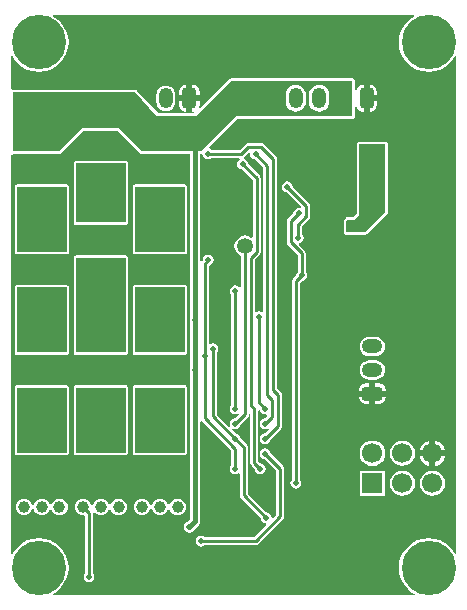
<source format=gbl>
G04*
G04 #@! TF.GenerationSoftware,Altium Limited,Altium Designer,20.0.2 (26)*
G04*
G04 Layer_Physical_Order=2*
G04 Layer_Color=11436288*
%FSLAX25Y25*%
%MOIN*%
G70*
G01*
G75*
%ADD53C,0.01000*%
%ADD54C,0.01500*%
%ADD56R,0.06693X0.06693*%
%ADD57C,0.06693*%
G04:AMPARAMS|DCode=58|XSize=47.24mil|YSize=68.9mil|CornerRadius=11.81mil|HoleSize=0mil|Usage=FLASHONLY|Rotation=90.000|XOffset=0mil|YOffset=0mil|HoleType=Round|Shape=RoundedRectangle|*
%AMROUNDEDRECTD58*
21,1,0.04724,0.04528,0,0,90.0*
21,1,0.02362,0.06890,0,0,90.0*
1,1,0.02362,0.02264,0.01181*
1,1,0.02362,0.02264,-0.01181*
1,1,0.02362,-0.02264,-0.01181*
1,1,0.02362,-0.02264,0.01181*
%
%ADD58ROUNDEDRECTD58*%
%ADD59O,0.06890X0.04724*%
G04:AMPARAMS|DCode=60|XSize=47.24mil|YSize=68.9mil|CornerRadius=11.81mil|HoleSize=0mil|Usage=FLASHONLY|Rotation=180.000|XOffset=0mil|YOffset=0mil|HoleType=Round|Shape=RoundedRectangle|*
%AMROUNDEDRECTD60*
21,1,0.04724,0.04528,0,0,180.0*
21,1,0.02362,0.06890,0,0,180.0*
1,1,0.02362,-0.01181,0.02264*
1,1,0.02362,0.01181,0.02264*
1,1,0.02362,0.01181,-0.02264*
1,1,0.02362,-0.01181,-0.02264*
%
%ADD60ROUNDEDRECTD60*%
%ADD61O,0.04724X0.06890*%
%ADD62C,0.18110*%
%ADD63C,0.03937*%
%ADD64C,0.01968*%
%ADD65C,0.03150*%
%ADD67C,0.05315*%
G36*
X136158Y194745D02*
X135246Y194257D01*
X133746Y193026D01*
X132514Y191525D01*
X131599Y189813D01*
X131035Y187956D01*
X130845Y186024D01*
X131035Y184092D01*
X131599Y182234D01*
X132514Y180522D01*
X133746Y179021D01*
X135246Y177790D01*
X136958Y176875D01*
X138816Y176311D01*
X140748Y176121D01*
X142680Y176311D01*
X144538Y176875D01*
X146250Y177790D01*
X147750Y179021D01*
X148982Y180522D01*
X149469Y181434D01*
X149969Y181308D01*
Y15542D01*
X149469Y15417D01*
X148982Y16329D01*
X147750Y17829D01*
X146250Y19061D01*
X144538Y19976D01*
X142680Y20539D01*
X140748Y20730D01*
X138816Y20539D01*
X136958Y19976D01*
X135246Y19061D01*
X133746Y17829D01*
X132514Y16329D01*
X131599Y14616D01*
X131035Y12759D01*
X130845Y10827D01*
X131035Y8895D01*
X131599Y7037D01*
X132514Y5325D01*
X133746Y3824D01*
X135246Y2593D01*
X136158Y2106D01*
X136033Y1606D01*
X15542D01*
X15417Y2106D01*
X16329Y2593D01*
X17829Y3824D01*
X19061Y5325D01*
X19976Y7037D01*
X20539Y8895D01*
X20730Y10827D01*
X20539Y12759D01*
X19976Y14616D01*
X19061Y16329D01*
X17829Y17829D01*
X16329Y19061D01*
X14616Y19976D01*
X12759Y20539D01*
X10827Y20730D01*
X8895Y20539D01*
X7037Y19976D01*
X5325Y19061D01*
X3824Y17829D01*
X2593Y16329D01*
X2106Y15417D01*
X1606Y15542D01*
X1606Y148428D01*
X1767Y148560D01*
X2106Y148740D01*
X2362Y148689D01*
X17717D01*
X18068Y148758D01*
X18365Y148957D01*
X25971Y156563D01*
X37021Y156563D01*
X44627Y148957D01*
X44925Y148758D01*
X45276Y148689D01*
X61310Y148689D01*
Y94181D01*
X61217Y94042D01*
X61071Y93307D01*
X61217Y92572D01*
X61310Y92433D01*
Y77645D01*
X61217Y77507D01*
X61071Y76772D01*
X61217Y76037D01*
X61310Y75898D01*
Y27075D01*
X60452Y26217D01*
X60288Y26184D01*
X59665Y25768D01*
X59249Y25145D01*
X59102Y24409D01*
X59249Y23674D01*
X59665Y23051D01*
X60288Y22635D01*
X61024Y22488D01*
X61759Y22635D01*
X62382Y23051D01*
X62799Y23674D01*
X62831Y23838D01*
X64182Y25188D01*
X64182Y25188D01*
X64546Y25734D01*
X64675Y26378D01*
Y59586D01*
X65175Y59738D01*
X65205Y59693D01*
X75013Y49884D01*
Y45125D01*
X74658Y44594D01*
X74519Y43898D01*
X74658Y43202D01*
X75052Y42611D01*
X75642Y42217D01*
X76339Y42078D01*
X77035Y42217D01*
X77308Y42400D01*
X77808Y42132D01*
Y35039D01*
X77909Y34532D01*
X78197Y34102D01*
X84809Y27490D01*
X84933Y26863D01*
X85328Y26273D01*
X85918Y25878D01*
X86556Y25752D01*
X86677Y25549D01*
X86773Y25262D01*
X82522Y21011D01*
X66189D01*
X65657Y21366D01*
X64961Y21504D01*
X64264Y21366D01*
X63674Y20971D01*
X63280Y20381D01*
X63141Y19685D01*
X63280Y18989D01*
X63674Y18399D01*
X64264Y18004D01*
X64961Y17866D01*
X65657Y18004D01*
X66189Y18360D01*
X83071D01*
X83578Y18461D01*
X84008Y18748D01*
X92276Y27016D01*
X92563Y27446D01*
X92664Y27953D01*
Y43898D01*
X92563Y44405D01*
X92276Y44835D01*
X88144Y48967D01*
X88019Y49594D01*
X87625Y50184D01*
X87035Y50578D01*
X86339Y50717D01*
X85642Y50578D01*
X85052Y50184D01*
X84658Y49594D01*
X84519Y48898D01*
X84658Y48202D01*
X85052Y47611D01*
X85642Y47217D01*
X86270Y47092D01*
X90013Y43349D01*
Y28502D01*
X88912Y27400D01*
X88624Y27496D01*
X88422Y27617D01*
X88295Y28255D01*
X87901Y28845D01*
X87310Y29240D01*
X86683Y29364D01*
X80459Y35588D01*
Y51102D01*
X80358Y51610D01*
X80071Y52040D01*
X78144Y53967D01*
X78019Y54594D01*
X77625Y55184D01*
X77035Y55578D01*
X76408Y55703D01*
X75199Y56912D01*
X75517Y57300D01*
X75642Y57217D01*
X76339Y57078D01*
X77035Y57217D01*
X77625Y57611D01*
X78019Y58201D01*
X78144Y58829D01*
X80465Y61149D01*
X80752Y61579D01*
X80853Y62087D01*
X81352Y62083D01*
Y45866D01*
X81453Y45359D01*
X81740Y44929D01*
X82840Y43829D01*
X82965Y43202D01*
X83359Y42611D01*
X83950Y42217D01*
X84646Y42078D01*
X85342Y42217D01*
X85932Y42611D01*
X86326Y43202D01*
X86465Y43898D01*
X86326Y44594D01*
X85932Y45184D01*
X85342Y45578D01*
X84715Y45703D01*
X84003Y46415D01*
Y63162D01*
X84503Y63499D01*
X84607Y63457D01*
X84658Y63201D01*
X85052Y62611D01*
X85642Y62217D01*
X86339Y62078D01*
X86462Y62103D01*
X86971Y61730D01*
X87000Y61434D01*
X86270Y60703D01*
X85642Y60578D01*
X85052Y60184D01*
X84658Y59594D01*
X84519Y58898D01*
X84658Y58201D01*
X85052Y57611D01*
X85642Y57217D01*
X86339Y57078D01*
X87035Y57217D01*
X87160Y57300D01*
X87479Y56912D01*
X86270Y55703D01*
X85642Y55578D01*
X85052Y55184D01*
X84658Y54594D01*
X84519Y53898D01*
X84658Y53202D01*
X85052Y52611D01*
X85642Y52217D01*
X86339Y52078D01*
X87035Y52217D01*
X87625Y52611D01*
X88019Y53202D01*
X88144Y53829D01*
X91488Y57173D01*
X91776Y57603D01*
X91877Y58110D01*
Y68504D01*
X91776Y69011D01*
X91488Y69441D01*
X90302Y70628D01*
Y147244D01*
X90201Y147751D01*
X89914Y148181D01*
X85977Y152118D01*
X85547Y152406D01*
X85039Y152507D01*
X80709D01*
X80709Y152507D01*
X80201Y152406D01*
X79771Y152118D01*
X77797Y150144D01*
X68551D01*
X68019Y150500D01*
X67885Y150526D01*
X67721Y151069D01*
X77152Y160500D01*
X115354Y160500D01*
X115706Y160570D01*
X116003Y160768D01*
X116202Y161066D01*
X116272Y161417D01*
Y164516D01*
X116772Y164566D01*
X116843Y164208D01*
X117325Y163487D01*
X118047Y163005D01*
X118898Y162835D01*
X119079D01*
Y167323D01*
Y171810D01*
X118898D01*
X118047Y171641D01*
X117325Y171159D01*
X116843Y170438D01*
X116772Y170080D01*
X116272Y170129D01*
Y173228D01*
X116202Y173580D01*
X116003Y173877D01*
X115706Y174076D01*
X115354Y174146D01*
X75197D01*
X74846Y174076D01*
X74548Y173877D01*
X64693Y164023D01*
X64653Y164040D01*
X64281Y164317D01*
X64429Y165059D01*
Y166323D01*
X62024D01*
Y162835D01*
X62205D01*
X62560Y162906D01*
X62878Y162459D01*
X62806Y162335D01*
X50409Y162335D01*
X43595Y169905D01*
X43576Y169920D01*
X43562Y169940D01*
X43433Y170027D01*
X43309Y170120D01*
X43285Y170125D01*
X43264Y170139D01*
X43112Y170169D01*
X42962Y170208D01*
X42937Y170204D01*
X42913Y170209D01*
X2362Y170209D01*
X2106Y170158D01*
X1767Y170338D01*
X1606Y170470D01*
Y181308D01*
X2106Y181434D01*
X2593Y180522D01*
X3824Y179021D01*
X5325Y177790D01*
X7037Y176875D01*
X8895Y176311D01*
X10827Y176121D01*
X12759Y176311D01*
X14616Y176875D01*
X16329Y177790D01*
X17829Y179021D01*
X19061Y180522D01*
X19976Y182234D01*
X20539Y184092D01*
X20730Y186024D01*
X20539Y187956D01*
X19976Y189813D01*
X19061Y191525D01*
X17829Y193026D01*
X16329Y194257D01*
X15417Y194745D01*
X15542Y195245D01*
X136033D01*
X136158Y194745D01*
D02*
G37*
G36*
X115354Y161417D02*
X76772Y161417D01*
X64961Y149606D01*
X45276Y149606D01*
X37402Y157480D01*
X25591Y157480D01*
X17717Y149606D01*
X2362D01*
X2362Y169291D01*
X42913Y169291D01*
X50000Y161417D01*
X63386Y161417D01*
X75197Y173228D01*
X115354D01*
Y161417D01*
D02*
G37*
G36*
X65597Y148348D02*
X65642Y148123D01*
X66036Y147532D01*
X66627Y147138D01*
X67323Y147000D01*
X68019Y147138D01*
X68551Y147493D01*
X77653D01*
X77805Y146993D01*
X77454Y146759D01*
X77059Y146169D01*
X76921Y145472D01*
X77059Y144776D01*
X77454Y144186D01*
X78044Y143792D01*
X78632Y143675D01*
X82160Y140147D01*
Y121079D01*
X81660Y120832D01*
X81271Y121130D01*
X80430Y121479D01*
X79528Y121598D01*
X78625Y121479D01*
X77784Y121130D01*
X77062Y120576D01*
X76508Y119854D01*
X76159Y119013D01*
X76040Y118110D01*
X76159Y117208D01*
X76508Y116367D01*
X77062Y115644D01*
X77784Y115090D01*
X78202Y114917D01*
Y104531D01*
X77702Y104379D01*
X77664Y104436D01*
X77074Y104830D01*
X76378Y104969D01*
X75682Y104830D01*
X75092Y104436D01*
X74697Y103846D01*
X74559Y103150D01*
X74697Y102453D01*
X75052Y101922D01*
Y65184D01*
X75052Y65184D01*
X74658Y64594D01*
X74519Y63898D01*
X74658Y63201D01*
X75052Y62611D01*
X75642Y62217D01*
X76339Y62078D01*
X77035Y62217D01*
X77160Y62300D01*
X77478Y61912D01*
X76270Y60703D01*
X75642Y60578D01*
X75052Y60184D01*
X74658Y59594D01*
X74519Y58898D01*
X74658Y58201D01*
X74741Y58076D01*
X74353Y57758D01*
X70223Y61888D01*
Y82630D01*
X70578Y83162D01*
X70717Y83858D01*
X70578Y84554D01*
X70184Y85145D01*
X69594Y85539D01*
X68898Y85677D01*
X68202Y85539D01*
X67967Y85382D01*
X67467Y85650D01*
Y111595D01*
X68019Y111705D01*
X68609Y112100D01*
X69004Y112690D01*
X69142Y113386D01*
X69004Y114082D01*
X68609Y114672D01*
X68019Y115067D01*
X67323Y115205D01*
X66627Y115067D01*
X66036Y114672D01*
X65642Y114082D01*
X65517Y113455D01*
X65205Y113142D01*
X65175Y113097D01*
X64675Y113249D01*
Y148689D01*
X64961D01*
X65312Y148758D01*
X65597Y148348D01*
D02*
G37*
G36*
X81332Y149223D02*
X81252Y148819D01*
X81390Y148123D01*
X81784Y147532D01*
X82375Y147138D01*
X83002Y147013D01*
X85682Y144333D01*
Y96280D01*
X85182Y96012D01*
X84948Y96169D01*
X84252Y96307D01*
X83556Y96169D01*
X83306Y96002D01*
X82806Y96269D01*
Y113609D01*
X84422Y115225D01*
X84710Y115655D01*
X84811Y116162D01*
Y140696D01*
X84710Y141203D01*
X84422Y141633D01*
X80554Y145502D01*
X80421Y146169D01*
X80027Y146759D01*
X79436Y147153D01*
X79172Y147206D01*
X79066Y147737D01*
X79284Y147882D01*
X80871Y149469D01*
X81332Y149223D01*
D02*
G37*
%LPC*%
G36*
X121260Y171810D02*
X121079D01*
Y168323D01*
X123484D01*
Y169587D01*
X123314Y170438D01*
X122832Y171159D01*
X122111Y171641D01*
X121260Y171810D01*
D02*
G37*
G36*
X62205D02*
X62024D01*
Y168323D01*
X64429D01*
Y169587D01*
X64259Y170438D01*
X63777Y171159D01*
X63056Y171641D01*
X62205Y171810D01*
D02*
G37*
G36*
X60024D02*
X59842D01*
X58991Y171641D01*
X58270Y171159D01*
X57788Y170438D01*
X57619Y169587D01*
Y168323D01*
X60024D01*
Y171810D01*
D02*
G37*
G36*
X53150Y171595D02*
X52324Y171486D01*
X51555Y171168D01*
X50894Y170661D01*
X50387Y170000D01*
X50069Y169231D01*
X49960Y168405D01*
Y166240D01*
X50069Y165415D01*
X50387Y164645D01*
X50894Y163985D01*
X51555Y163478D01*
X52324Y163159D01*
X53150Y163051D01*
X53975Y163159D01*
X54744Y163478D01*
X55405Y163985D01*
X55912Y164645D01*
X56230Y165415D01*
X56339Y166240D01*
Y168405D01*
X56230Y169231D01*
X55912Y170000D01*
X55405Y170661D01*
X54744Y171168D01*
X53975Y171486D01*
X53150Y171595D01*
D02*
G37*
G36*
X123484Y166323D02*
X121079D01*
Y162835D01*
X121260D01*
X122111Y163005D01*
X122832Y163487D01*
X123314Y164208D01*
X123484Y165059D01*
Y166323D01*
D02*
G37*
G36*
X60024D02*
X57619D01*
Y165059D01*
X57788Y164208D01*
X58270Y163487D01*
X58991Y163005D01*
X59842Y162835D01*
X60024D01*
Y166323D01*
D02*
G37*
G36*
X93701Y139614D02*
X93005Y139476D01*
X92414Y139082D01*
X92020Y138491D01*
X91882Y137795D01*
X92020Y137099D01*
X92414Y136509D01*
X93005Y136115D01*
X93632Y135990D01*
X98408Y131213D01*
X98382Y131040D01*
X98360Y131001D01*
X97823Y130680D01*
X97441Y130756D01*
X96745Y130618D01*
X96155Y130223D01*
X95760Y129633D01*
X95635Y129006D01*
X93945Y127315D01*
X93657Y126885D01*
X93556Y126378D01*
Y119291D01*
X93657Y118784D01*
X93945Y118354D01*
X97100Y115199D01*
Y109496D01*
X96745Y108964D01*
X96620Y108337D01*
X95519Y107237D01*
X95232Y106806D01*
X95131Y106299D01*
Y40204D01*
X94776Y39673D01*
X94638Y38976D01*
X94776Y38280D01*
X95170Y37690D01*
X95761Y37296D01*
X96457Y37157D01*
X97153Y37296D01*
X97743Y37690D01*
X98137Y38280D01*
X98276Y38976D01*
X98137Y39673D01*
X97782Y40204D01*
Y105750D01*
X98494Y106462D01*
X99121Y106587D01*
X99712Y106981D01*
X100106Y107571D01*
X100244Y108268D01*
X100106Y108964D01*
X99751Y109496D01*
Y115748D01*
X99650Y116255D01*
X99362Y116685D01*
X97466Y118581D01*
X97631Y119124D01*
X97940Y119185D01*
X98531Y119580D01*
X98925Y120170D01*
X99063Y120866D01*
X98925Y121562D01*
X98570Y122094D01*
Y124648D01*
X100937Y127015D01*
X101225Y127445D01*
X101326Y127953D01*
Y131496D01*
X101225Y132003D01*
X100937Y132433D01*
X95506Y137864D01*
X95381Y138491D01*
X94987Y139082D01*
X94397Y139476D01*
X93701Y139614D01*
D02*
G37*
G36*
X39764Y146485D02*
X23228D01*
X22916Y146423D01*
X22652Y146246D01*
X22475Y145981D01*
X22413Y145669D01*
Y141401D01*
X22404Y141339D01*
X22413Y141276D01*
Y125984D01*
X22475Y125672D01*
X22652Y125408D01*
X22916Y125231D01*
X23228Y125169D01*
X39764D01*
X40076Y125231D01*
X40341Y125408D01*
X40517Y125672D01*
X40579Y125984D01*
Y141276D01*
X40588Y141339D01*
X40579Y141401D01*
Y145669D01*
X40517Y145981D01*
X40341Y146246D01*
X40076Y146423D01*
X39764Y146485D01*
D02*
G37*
G36*
X126378Y152886D02*
X117717D01*
X117365Y152816D01*
X117068Y152617D01*
X116869Y152320D01*
X116799Y151969D01*
Y128788D01*
X115426Y127689D01*
X113739D01*
X113388Y127619D01*
X113091Y127420D01*
X112737Y127067D01*
X112538Y126769D01*
X112468Y126418D01*
X112468Y122835D01*
X112538Y122484D01*
X112737Y122186D01*
X113035Y121987D01*
X113386Y121917D01*
X119685Y121917D01*
X120036Y121987D01*
X120334Y122186D01*
X127027Y128879D01*
X127226Y129176D01*
X127296Y129527D01*
Y151969D01*
X127226Y152320D01*
X127027Y152617D01*
X126729Y152816D01*
X126378Y152886D01*
D02*
G37*
G36*
X59449Y138611D02*
X42913D01*
X42601Y138549D01*
X42337Y138372D01*
X42160Y138107D01*
X42098Y137795D01*
Y116142D01*
X42160Y115830D01*
X42337Y115565D01*
X42601Y115388D01*
X42913Y115326D01*
X59449D01*
X59761Y115388D01*
X60026Y115565D01*
X60202Y115830D01*
X60264Y116142D01*
Y137795D01*
X60202Y138107D01*
X60026Y138372D01*
X59761Y138549D01*
X59449Y138611D01*
D02*
G37*
G36*
X20079D02*
X3543D01*
X3231Y138549D01*
X2967Y138372D01*
X2790Y138107D01*
X2728Y137795D01*
Y116142D01*
X2790Y115830D01*
X2967Y115565D01*
X3231Y115388D01*
X3543Y115326D01*
X20079D01*
X20391Y115388D01*
X20655Y115565D01*
X20832Y115830D01*
X20894Y116142D01*
Y137795D01*
X20832Y138107D01*
X20655Y138372D01*
X20391Y138549D01*
X20079Y138611D01*
D02*
G37*
G36*
X59449Y105146D02*
X42913D01*
X42601Y105084D01*
X42337Y104908D01*
X42160Y104643D01*
X42098Y104331D01*
Y82677D01*
X42160Y82365D01*
X42337Y82100D01*
X42601Y81924D01*
X42913Y81862D01*
X59449D01*
X59761Y81924D01*
X60026Y82100D01*
X60202Y82365D01*
X60264Y82677D01*
Y104331D01*
X60202Y104643D01*
X60026Y104908D01*
X59761Y105084D01*
X59449Y105146D01*
D02*
G37*
G36*
X39764Y114989D02*
X23228D01*
X22916Y114927D01*
X22652Y114750D01*
X22475Y114485D01*
X22413Y114173D01*
Y82677D01*
X22475Y82365D01*
X22652Y82100D01*
X22916Y81924D01*
X23228Y81862D01*
X39764D01*
X40076Y81924D01*
X40341Y82100D01*
X40517Y82365D01*
X40580Y82677D01*
Y114173D01*
X40517Y114485D01*
X40341Y114750D01*
X40076Y114927D01*
X39764Y114989D01*
D02*
G37*
G36*
X20079Y105146D02*
X3543D01*
X3231Y105084D01*
X2967Y104908D01*
X2790Y104643D01*
X2728Y104331D01*
Y82677D01*
X2790Y82365D01*
X2967Y82100D01*
X3231Y81924D01*
X3543Y81862D01*
X20079D01*
X20391Y81924D01*
X20655Y82100D01*
X20832Y82365D01*
X20894Y82677D01*
Y104331D01*
X20832Y104643D01*
X20655Y104908D01*
X20391Y105084D01*
X20079Y105146D01*
D02*
G37*
G36*
X123130Y87835D02*
X120965D01*
X120139Y87726D01*
X119370Y87408D01*
X118709Y86901D01*
X118202Y86240D01*
X117884Y85471D01*
X117775Y84646D01*
X117884Y83820D01*
X118202Y83051D01*
X118709Y82390D01*
X119370Y81884D01*
X120139Y81565D01*
X120965Y81456D01*
X123130D01*
X123955Y81565D01*
X124725Y81884D01*
X125385Y82390D01*
X125892Y83051D01*
X126211Y83820D01*
X126319Y84646D01*
X126211Y85471D01*
X125892Y86240D01*
X125385Y86901D01*
X124725Y87408D01*
X123955Y87726D01*
X123130Y87835D01*
D02*
G37*
G36*
Y79961D02*
X120965D01*
X120139Y79852D01*
X119370Y79534D01*
X118709Y79027D01*
X118202Y78366D01*
X117884Y77597D01*
X117775Y76772D01*
X117884Y75946D01*
X118202Y75177D01*
X118709Y74516D01*
X119370Y74010D01*
X120139Y73691D01*
X120965Y73582D01*
X123130D01*
X123955Y73691D01*
X124725Y74010D01*
X125385Y74516D01*
X125892Y75177D01*
X126211Y75946D01*
X126319Y76772D01*
X126211Y77597D01*
X125892Y78366D01*
X125385Y79027D01*
X124725Y79534D01*
X123955Y79852D01*
X123130Y79961D01*
D02*
G37*
G36*
X124311Y72303D02*
X123047D01*
Y69898D01*
X126535D01*
Y70079D01*
X126366Y70930D01*
X125883Y71651D01*
X125162Y72133D01*
X124311Y72303D01*
D02*
G37*
G36*
X121047D02*
X119783D01*
X118932Y72133D01*
X118211Y71651D01*
X117729Y70930D01*
X117560Y70079D01*
Y69898D01*
X121047D01*
Y72303D01*
D02*
G37*
G36*
X126535Y67898D02*
X123047D01*
Y65493D01*
X124311D01*
X125162Y65662D01*
X125883Y66144D01*
X126366Y66865D01*
X126535Y67716D01*
Y67898D01*
D02*
G37*
G36*
X121047D02*
X117560D01*
Y67716D01*
X117729Y66865D01*
X118211Y66144D01*
X118932Y65662D01*
X119783Y65493D01*
X121047D01*
Y67898D01*
D02*
G37*
G36*
X143047Y53229D02*
Y49976D01*
X146300D01*
X146282Y50111D01*
X145844Y51168D01*
X145147Y52076D01*
X144239Y52773D01*
X143182Y53211D01*
X143047Y53229D01*
D02*
G37*
G36*
X141047D02*
X140913Y53211D01*
X139855Y52773D01*
X138947Y52076D01*
X138251Y51168D01*
X137813Y50111D01*
X137795Y49976D01*
X141047D01*
Y53229D01*
D02*
G37*
G36*
X59449Y71682D02*
X42913D01*
X42601Y71620D01*
X42337Y71443D01*
X42160Y71178D01*
X42098Y70866D01*
Y49213D01*
X42160Y48900D01*
X42337Y48636D01*
X42601Y48459D01*
X42913Y48397D01*
X59449D01*
X59761Y48459D01*
X60026Y48636D01*
X60202Y48900D01*
X60264Y49213D01*
Y70866D01*
X60202Y71178D01*
X60026Y71443D01*
X59761Y71620D01*
X59449Y71682D01*
D02*
G37*
G36*
X39764D02*
X23228D01*
X22916Y71620D01*
X22652Y71443D01*
X22475Y71178D01*
X22413Y70866D01*
Y49213D01*
X22475Y48900D01*
X22652Y48636D01*
X22916Y48459D01*
X23228Y48397D01*
X39764D01*
X40076Y48459D01*
X40341Y48636D01*
X40517Y48900D01*
X40580Y49213D01*
Y70866D01*
X40517Y71178D01*
X40341Y71443D01*
X40076Y71620D01*
X39764Y71682D01*
D02*
G37*
G36*
X20079D02*
X3543D01*
X3231Y71620D01*
X2967Y71443D01*
X2790Y71178D01*
X2728Y70866D01*
Y49213D01*
X2790Y48900D01*
X2967Y48636D01*
X3231Y48459D01*
X3543Y48397D01*
X20079D01*
X20391Y48459D01*
X20655Y48636D01*
X20832Y48900D01*
X20894Y49213D01*
Y70866D01*
X20832Y71178D01*
X20655Y71443D01*
X20391Y71620D01*
X20079Y71682D01*
D02*
G37*
G36*
X132047Y53159D02*
X130965Y53016D01*
X129956Y52598D01*
X129090Y51934D01*
X128425Y51068D01*
X128007Y50059D01*
X127865Y48976D01*
X128007Y47894D01*
X128425Y46885D01*
X129090Y46019D01*
X129956Y45355D01*
X130965Y44937D01*
X132047Y44794D01*
X133130Y44937D01*
X134138Y45355D01*
X135004Y46019D01*
X135669Y46885D01*
X136087Y47894D01*
X136230Y48976D01*
X136087Y50059D01*
X135669Y51068D01*
X135004Y51934D01*
X134138Y52598D01*
X133130Y53016D01*
X132047Y53159D01*
D02*
G37*
G36*
X146300Y47976D02*
X143047D01*
Y44724D01*
X143182Y44742D01*
X144239Y45180D01*
X145147Y45876D01*
X145844Y46784D01*
X146282Y47842D01*
X146300Y47976D01*
D02*
G37*
G36*
X141047D02*
X137795D01*
X137813Y47842D01*
X138251Y46784D01*
X138947Y45876D01*
X139855Y45180D01*
X140913Y44742D01*
X141047Y44724D01*
Y47976D01*
D02*
G37*
G36*
X122047Y53259D02*
X120939Y53114D01*
X119906Y52686D01*
X119019Y52005D01*
X118338Y51118D01*
X117910Y50085D01*
X117764Y48976D01*
X117910Y47868D01*
X118338Y46835D01*
X119019Y45948D01*
X119906Y45267D01*
X120939Y44839D01*
X122047Y44693D01*
X123156Y44839D01*
X124189Y45267D01*
X125076Y45948D01*
X125757Y46835D01*
X126184Y47868D01*
X126330Y48976D01*
X126184Y50085D01*
X125757Y51118D01*
X125076Y52005D01*
X124189Y52686D01*
X123156Y53114D01*
X122047Y53259D01*
D02*
G37*
G36*
X126194Y43123D02*
X117901D01*
Y34830D01*
X126194D01*
Y43123D01*
D02*
G37*
G36*
X142047Y43159D02*
X140965Y43016D01*
X139956Y42598D01*
X139090Y41934D01*
X138425Y41067D01*
X138007Y40059D01*
X137865Y38976D01*
X138007Y37894D01*
X138425Y36885D01*
X139090Y36019D01*
X139956Y35355D01*
X140965Y34937D01*
X142047Y34794D01*
X143130Y34937D01*
X144138Y35355D01*
X145004Y36019D01*
X145669Y36885D01*
X146087Y37894D01*
X146230Y38976D01*
X146087Y40059D01*
X145669Y41067D01*
X145004Y41934D01*
X144138Y42598D01*
X143130Y43016D01*
X142047Y43159D01*
D02*
G37*
G36*
X132047D02*
X130965Y43016D01*
X129956Y42598D01*
X129090Y41934D01*
X128425Y41067D01*
X128007Y40059D01*
X127865Y38976D01*
X128007Y37894D01*
X128425Y36885D01*
X129090Y36019D01*
X129956Y35355D01*
X130965Y34937D01*
X132047Y34794D01*
X133130Y34937D01*
X134138Y35355D01*
X135004Y36019D01*
X135669Y36885D01*
X136087Y37894D01*
X136230Y38976D01*
X136087Y40059D01*
X135669Y41067D01*
X135004Y41934D01*
X134138Y42598D01*
X133130Y43016D01*
X132047Y43159D01*
D02*
G37*
G36*
X51181Y33895D02*
X50458Y33800D01*
X49785Y33521D01*
X49207Y33077D01*
X48763Y32499D01*
X48484Y31825D01*
X48480Y31800D01*
X47976D01*
X47973Y31825D01*
X47694Y32499D01*
X47250Y33077D01*
X46672Y33521D01*
X45998Y33800D01*
X45276Y33895D01*
X44553Y33800D01*
X43879Y33521D01*
X43301Y33077D01*
X42857Y32499D01*
X42578Y31825D01*
X42483Y31102D01*
X42578Y30380D01*
X42857Y29706D01*
X43301Y29128D01*
X43879Y28684D01*
X44553Y28405D01*
X45276Y28310D01*
X45998Y28405D01*
X46672Y28684D01*
X47250Y29128D01*
X47694Y29706D01*
X47973Y30380D01*
X47976Y30405D01*
X48480D01*
X48484Y30380D01*
X48763Y29706D01*
X49207Y29128D01*
X49785Y28684D01*
X50458Y28405D01*
X51181Y28310D01*
X51904Y28405D01*
X52577Y28684D01*
X53156Y29128D01*
X53599Y29706D01*
X53878Y30380D01*
X53882Y30405D01*
X54386D01*
X54389Y30380D01*
X54668Y29706D01*
X55112Y29128D01*
X55690Y28684D01*
X56364Y28405D01*
X57087Y28310D01*
X57809Y28405D01*
X58483Y28684D01*
X59061Y29128D01*
X59505Y29706D01*
X59784Y30380D01*
X59879Y31102D01*
X59784Y31825D01*
X59505Y32499D01*
X59061Y33077D01*
X58483Y33521D01*
X57809Y33800D01*
X57087Y33895D01*
X56364Y33800D01*
X55690Y33521D01*
X55112Y33077D01*
X54668Y32499D01*
X54389Y31825D01*
X54386Y31800D01*
X53882D01*
X53878Y31825D01*
X53599Y32499D01*
X53156Y33077D01*
X52577Y33521D01*
X51904Y33800D01*
X51181Y33895D01*
D02*
G37*
G36*
X31496D02*
X30773Y33800D01*
X30100Y33521D01*
X29522Y33077D01*
X29078Y32499D01*
X28799Y31825D01*
X28795Y31800D01*
X28291D01*
X28288Y31825D01*
X28009Y32499D01*
X27565Y33077D01*
X26987Y33521D01*
X26313Y33800D01*
X25591Y33895D01*
X24868Y33800D01*
X24194Y33521D01*
X23616Y33077D01*
X23172Y32499D01*
X22893Y31825D01*
X22798Y31102D01*
X22893Y30380D01*
X23172Y29706D01*
X23616Y29128D01*
X24194Y28684D01*
X24868Y28405D01*
X25591Y28310D01*
X25858Y28345D01*
X26234Y28016D01*
Y9102D01*
X25878Y8570D01*
X25740Y7874D01*
X25878Y7178D01*
X26273Y6588D01*
X26863Y6193D01*
X27559Y6055D01*
X28255Y6193D01*
X28845Y6588D01*
X29240Y7178D01*
X29378Y7874D01*
X29240Y8570D01*
X28885Y9102D01*
Y29134D01*
X28884Y29138D01*
X29351Y29350D01*
X29522Y29128D01*
X30100Y28684D01*
X30773Y28405D01*
X31496Y28310D01*
X32219Y28405D01*
X32892Y28684D01*
X33471Y29128D01*
X33914Y29706D01*
X34193Y30380D01*
X34197Y30405D01*
X34701D01*
X34704Y30380D01*
X34983Y29706D01*
X35427Y29128D01*
X36005Y28684D01*
X36679Y28405D01*
X37402Y28310D01*
X38124Y28405D01*
X38798Y28684D01*
X39376Y29128D01*
X39820Y29706D01*
X40099Y30380D01*
X40194Y31102D01*
X40099Y31825D01*
X39820Y32499D01*
X39376Y33077D01*
X38798Y33521D01*
X38124Y33800D01*
X37402Y33895D01*
X36679Y33800D01*
X36005Y33521D01*
X35427Y33077D01*
X34983Y32499D01*
X34704Y31825D01*
X34701Y31800D01*
X34197D01*
X34193Y31825D01*
X33914Y32499D01*
X33471Y33077D01*
X32892Y33521D01*
X32219Y33800D01*
X31496Y33895D01*
D02*
G37*
G36*
X11811D02*
X11088Y33800D01*
X10415Y33521D01*
X9837Y33077D01*
X9393Y32499D01*
X9114Y31825D01*
X9110Y31800D01*
X8606D01*
X8603Y31825D01*
X8324Y32499D01*
X7880Y33077D01*
X7302Y33521D01*
X6628Y33800D01*
X5906Y33895D01*
X5183Y33800D01*
X4509Y33521D01*
X3931Y33077D01*
X3487Y32499D01*
X3208Y31825D01*
X3113Y31102D01*
X3208Y30380D01*
X3487Y29706D01*
X3931Y29128D01*
X4509Y28684D01*
X5183Y28405D01*
X5906Y28310D01*
X6628Y28405D01*
X7302Y28684D01*
X7880Y29128D01*
X8324Y29706D01*
X8603Y30380D01*
X8606Y30405D01*
X9110D01*
X9114Y30380D01*
X9393Y29706D01*
X9837Y29128D01*
X10415Y28684D01*
X11088Y28405D01*
X11811Y28310D01*
X12534Y28405D01*
X13207Y28684D01*
X13785Y29128D01*
X14229Y29706D01*
X14508Y30380D01*
X14512Y30405D01*
X15016D01*
X15019Y30380D01*
X15298Y29706D01*
X15742Y29128D01*
X16320Y28684D01*
X16994Y28405D01*
X17717Y28310D01*
X18439Y28405D01*
X19113Y28684D01*
X19691Y29128D01*
X20135Y29706D01*
X20414Y30380D01*
X20509Y31102D01*
X20414Y31825D01*
X20135Y32499D01*
X19691Y33077D01*
X19113Y33521D01*
X18439Y33800D01*
X17717Y33895D01*
X16994Y33800D01*
X16320Y33521D01*
X15742Y33077D01*
X15298Y32499D01*
X15019Y31825D01*
X15016Y31800D01*
X14512D01*
X14508Y31825D01*
X14229Y32499D01*
X13785Y33077D01*
X13207Y33521D01*
X12534Y33800D01*
X11811Y33895D01*
D02*
G37*
%LPD*%
G36*
X39764Y125984D02*
X23228D01*
Y145669D01*
X39764D01*
Y125984D01*
D02*
G37*
G36*
X126378Y129527D02*
X119685Y122835D01*
X113386Y122835D01*
X113386Y126418D01*
X113739Y126772D01*
X115748D01*
X117717Y128347D01*
Y151969D01*
X126378D01*
Y129527D01*
D02*
G37*
G36*
X59449Y116142D02*
X42913D01*
Y137795D01*
X59449D01*
Y116142D01*
D02*
G37*
G36*
X20079D02*
X3543D01*
Y137795D01*
X20079D01*
Y116142D01*
D02*
G37*
G36*
X59449Y82677D02*
X42913D01*
Y104331D01*
X59449D01*
Y82677D01*
D02*
G37*
G36*
X39764D02*
X23228D01*
Y114173D01*
X39764D01*
Y82677D01*
D02*
G37*
G36*
X20079D02*
X3543D01*
Y104331D01*
X20079D01*
Y82677D01*
D02*
G37*
G36*
X59449Y49213D02*
X42913D01*
Y70866D01*
X59449D01*
Y49213D01*
D02*
G37*
G36*
X39764D02*
X23228D01*
Y70866D01*
X39764D01*
Y49213D01*
D02*
G37*
G36*
X20079D02*
X3543D01*
Y70866D01*
X20079D01*
Y49213D01*
D02*
G37*
%LPC*%
G36*
X104331Y171797D02*
X103453Y171681D01*
X102635Y171342D01*
X101933Y170803D01*
X101394Y170101D01*
X101055Y169283D01*
X100940Y168405D01*
Y166240D01*
X101055Y165362D01*
X101394Y164544D01*
X101933Y163842D01*
X102635Y163303D01*
X103453Y162964D01*
X104331Y162849D01*
X105208Y162964D01*
X106026Y163303D01*
X106729Y163842D01*
X107268Y164544D01*
X107606Y165362D01*
X107722Y166240D01*
Y168405D01*
X107606Y169283D01*
X107268Y170101D01*
X106729Y170803D01*
X106026Y171342D01*
X105208Y171681D01*
X104331Y171797D01*
D02*
G37*
G36*
X96457D02*
X95579Y171681D01*
X94761Y171342D01*
X94059Y170803D01*
X93520Y170101D01*
X93181Y169283D01*
X93066Y168405D01*
Y166240D01*
X93181Y165362D01*
X93520Y164544D01*
X94059Y163842D01*
X94761Y163303D01*
X95579Y162964D01*
X96457Y162849D01*
X97334Y162964D01*
X98152Y163303D01*
X98855Y163842D01*
X99394Y164544D01*
X99732Y165362D01*
X99848Y166240D01*
Y168405D01*
X99732Y169283D01*
X99394Y170101D01*
X98855Y170803D01*
X98152Y171342D01*
X97334Y171681D01*
X96457Y171797D01*
D02*
G37*
%LPD*%
D53*
X78724Y145457D02*
X83485Y140696D01*
X82677Y45866D02*
X84646Y43898D01*
X76339Y53898D02*
X79134Y51102D01*
Y35039D02*
Y51102D01*
Y35039D02*
X86614Y27559D01*
X76339Y43898D02*
Y50433D01*
X66142Y60630D02*
X76339Y50433D01*
X66142Y60630D02*
Y81496D01*
X64961Y19685D02*
X83071D01*
X91339Y27953D01*
Y43898D01*
X86339Y48898D02*
X91339Y43898D01*
X66142Y81496D02*
Y112205D01*
X67323Y113386D01*
X68898Y61339D02*
X76339Y53898D01*
X68898Y61339D02*
Y83858D01*
X84252Y65984D02*
Y94488D01*
X87008Y68504D02*
Y144882D01*
X88976Y70079D02*
Y147244D01*
Y70079D02*
X90551Y68504D01*
X85039Y151181D02*
X88976Y147244D01*
X80709Y151181D02*
X85039D01*
X78347Y148819D02*
X80709Y151181D01*
X87008Y68504D02*
X88623Y66889D01*
X83071Y148819D02*
X87008Y144882D01*
X84252Y65984D02*
X86339Y63898D01*
X90551Y58110D02*
Y68504D01*
X86339Y53898D02*
X90551Y58110D01*
X88623Y61182D02*
Y66889D01*
X86339Y58898D02*
X88623Y61182D01*
X83485Y116162D02*
Y140696D01*
X81480Y114157D02*
X83485Y116162D01*
X98425Y108268D02*
Y115748D01*
X94882Y119291D02*
X98425Y115748D01*
X94882Y119291D02*
Y126378D01*
X97441Y128937D01*
X93701Y137795D02*
X100000Y131496D01*
Y127953D02*
Y131496D01*
X97244Y125197D02*
X100000Y127953D01*
X67323Y148819D02*
X78347D01*
X81480Y64976D02*
Y114157D01*
Y64976D02*
X82677Y63779D01*
Y45866D02*
Y63779D01*
X96457Y106299D02*
X98425Y108268D01*
X96457Y38976D02*
Y106299D01*
X76378Y63937D02*
Y103150D01*
X76339Y63898D02*
X76378Y63937D01*
X79528Y62087D02*
Y118110D01*
X76339Y58898D02*
X79528Y62087D01*
X78724Y145457D02*
X78740Y145472D01*
X25591Y31102D02*
X27559Y29134D01*
Y7874D02*
Y29134D01*
X97244Y120866D02*
Y125197D01*
D54*
X62992Y26378D02*
Y76772D01*
X61024Y24409D02*
X62992Y26378D01*
Y76772D02*
Y93307D01*
Y150000D01*
X57087Y155905D02*
X62992Y150000D01*
D56*
X122047Y38976D02*
D03*
D57*
Y48976D02*
D03*
X132047Y38976D02*
D03*
Y48976D02*
D03*
X142047Y38976D02*
D03*
Y48976D02*
D03*
D58*
X122047Y139764D02*
D03*
Y68898D02*
D03*
D59*
Y147638D02*
D03*
Y76772D02*
D03*
Y84646D02*
D03*
D60*
X61024Y167323D02*
D03*
X120079D02*
D03*
D61*
X53150D02*
D03*
X96457D02*
D03*
X104331D02*
D03*
X112205D02*
D03*
D62*
X140748Y186024D02*
D03*
X10827D02*
D03*
X140748Y10827D02*
D03*
X10827D02*
D03*
D63*
X37402Y107874D02*
D03*
X25591D02*
D03*
X5906Y98425D02*
D03*
Y88976D02*
D03*
X17717D02*
D03*
X57087D02*
D03*
X45276D02*
D03*
X37402D02*
D03*
X25591D02*
D03*
X17717Y98425D02*
D03*
X11811Y88976D02*
D03*
X61024Y180709D02*
D03*
X55118D02*
D03*
X49213D02*
D03*
X11811Y172835D02*
D03*
X5906D02*
D03*
X17717D02*
D03*
X31496Y180709D02*
D03*
X37402D02*
D03*
X25591D02*
D03*
X45276Y64567D02*
D03*
X82677Y3937D02*
D03*
X72835D02*
D03*
X82677Y13780D02*
D03*
X57087Y131496D02*
D03*
X45276D02*
D03*
X57087Y98032D02*
D03*
X45276D02*
D03*
X57087Y64567D02*
D03*
X37402D02*
D03*
X25591D02*
D03*
X17717D02*
D03*
X5906D02*
D03*
X57087Y55512D02*
D03*
X45276D02*
D03*
X37402D02*
D03*
X25591D02*
D03*
X17717D02*
D03*
X5906D02*
D03*
X57087Y31102D02*
D03*
X45276D02*
D03*
X51181Y31102D02*
D03*
X37402Y31102D02*
D03*
X25591D02*
D03*
X31496Y31102D02*
D03*
X17717Y31102D02*
D03*
X5906D02*
D03*
X11811Y31102D02*
D03*
X25591Y132283D02*
D03*
X31496Y132283D02*
D03*
X45276Y122441D02*
D03*
X57087D02*
D03*
X51181Y122441D02*
D03*
X17717Y122835D02*
D03*
X5906D02*
D03*
X11811Y122835D02*
D03*
Y131890D02*
D03*
X17717Y131890D02*
D03*
X37402Y132283D02*
D03*
X5906Y131890D02*
D03*
X37795Y141339D02*
D03*
X25197D02*
D03*
X45276Y155905D02*
D03*
X57087D02*
D03*
X51181Y155905D02*
D03*
X37402Y165748D02*
D03*
X25591D02*
D03*
X31496Y165748D02*
D03*
X5906Y156299D02*
D03*
X17717D02*
D03*
X11811Y156299D02*
D03*
X57087Y143701D02*
D03*
X45276D02*
D03*
X51181D02*
D03*
X57087Y110236D02*
D03*
X45276D02*
D03*
X51181D02*
D03*
X57087Y76772D02*
D03*
X45276D02*
D03*
X51181D02*
D03*
X37402D02*
D03*
X25591D02*
D03*
X31496D02*
D03*
X57087Y43307D02*
D03*
X45276D02*
D03*
X51181D02*
D03*
X37402D02*
D03*
X25591D02*
D03*
X31496D02*
D03*
X17717D02*
D03*
X5906D02*
D03*
X11811D02*
D03*
X17717Y76772D02*
D03*
X5906D02*
D03*
X11811D02*
D03*
X37402Y120079D02*
D03*
X25591D02*
D03*
X31496D02*
D03*
X25591Y151575D02*
D03*
X37402D02*
D03*
X31496D02*
D03*
X17717Y143701D02*
D03*
X5906D02*
D03*
X11811D02*
D03*
X18110Y110236D02*
D03*
X5906D02*
D03*
X11811D02*
D03*
X51181Y55512D02*
D03*
Y64567D02*
D03*
X31496D02*
D03*
Y55512D02*
D03*
X11811Y55512D02*
D03*
Y64567D02*
D03*
X31496Y141339D02*
D03*
X51181Y131496D02*
D03*
Y88976D02*
D03*
Y98032D02*
D03*
X31496Y88976D02*
D03*
Y107874D02*
D03*
X11811Y98425D02*
D03*
D64*
X105118Y118110D02*
D03*
X82677Y36614D02*
D03*
X64961Y19685D02*
D03*
X61024Y24409D02*
D03*
X86614Y27559D02*
D03*
X66142Y81496D02*
D03*
X68898Y83858D02*
D03*
X84252Y94488D02*
D03*
X84646Y43898D02*
D03*
X96457Y38976D02*
D03*
X76378Y103150D02*
D03*
X78740Y145472D02*
D03*
X83071Y148819D02*
D03*
X67323D02*
D03*
X106299Y159449D02*
D03*
X102362D02*
D03*
X98425D02*
D03*
X94488D02*
D03*
X70866Y145669D02*
D03*
X80709Y132677D02*
D03*
X92126Y85827D02*
D03*
X147638Y155512D02*
D03*
X62992Y76772D02*
D03*
Y93307D02*
D03*
X92126Y133858D02*
D03*
Y113386D02*
D03*
X27559Y7874D02*
D03*
X97244Y120866D02*
D03*
X98425Y108268D02*
D03*
X86339Y63898D02*
D03*
Y58898D02*
D03*
Y53898D02*
D03*
Y48898D02*
D03*
X76339Y63898D02*
D03*
Y58898D02*
D03*
Y43898D02*
D03*
Y53898D02*
D03*
X97441Y128937D02*
D03*
X106299Y132283D02*
D03*
Y127953D02*
D03*
X93701Y137795D02*
D03*
X67323Y113386D02*
D03*
D65*
X115748Y124803D02*
D03*
X118898D02*
D03*
D67*
X79528Y118110D02*
D03*
M02*

</source>
